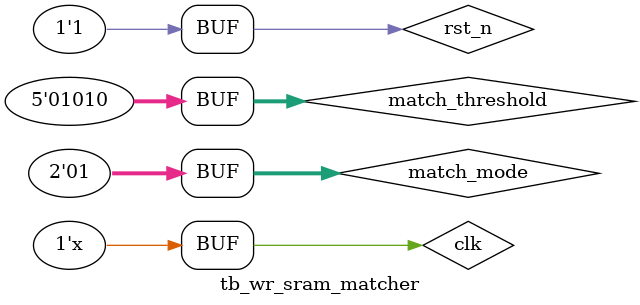
<source format=sv>
`timescale 1ns/1ns

module tb_wr_sram_matcher();

reg clk;
reg rst_n;

initial begin
    clk <= 0;
    rst_n <= 0;
    #42
    rst_n <= 1;
end

always #2 clk = ~clk;

reg [1:0] match_mode = 1;
reg [4:0] match_threshold = 10;

reg [3:0] new_dest_port;
reg [8:0] new_length;
reg match_enable;

reg match_end;

always @(posedge clk) begin
    if(!rst_n) begin
        match_enable <= 0;
        new_dest_port <= 0;
        new_length <= 0;
    end else if(match_end) begin
        match_enable <= 0;
        new_dest_port <= 0;
        new_length <= 0;
    end else if(!match_enable) begin
        match_enable <= 1;
        new_dest_port <= $random;
        new_length <= $random;
    end
end

reg [10:0] free_space;
reg accessible;
reg [8:0] packet_amount;
reg [10:0] cnt;

always @(posedge clk) begin
    cnt <= $random;
end

always @(posedge clk) begin
    if(!rst_n) begin
        free_space <= 0;
        accessible <= 0;
        packet_amount <= 0;
    end else begin
        free_space <= cnt;
        accessible <= cnt;
        packet_amount <= cnt;
    end
end

wire [4:0] matching_next_sram;
wire [4:0] matching_best_sram;

port_wr_sram_matcher port_wr_sram_matcher(
    .clk(clk),
    .rst_n(rst_n),
    
    .match_mode(match_mode),
    .match_threshold(match_threshold),

    .match_enable(match_enable),
    //.viscous(viscous),
    .matching_next_sram(matching_next_sram),
    .matching_best_sram(matching_best_sram),
    .match_end(match_end),
 
    .new_dest_port(new_dest_port),
    .new_length(new_length),
    
    .free_space(free_space),
    .accessible(accessible),
    .packet_amount(packet_amount)
    
);

endmodule

</source>
